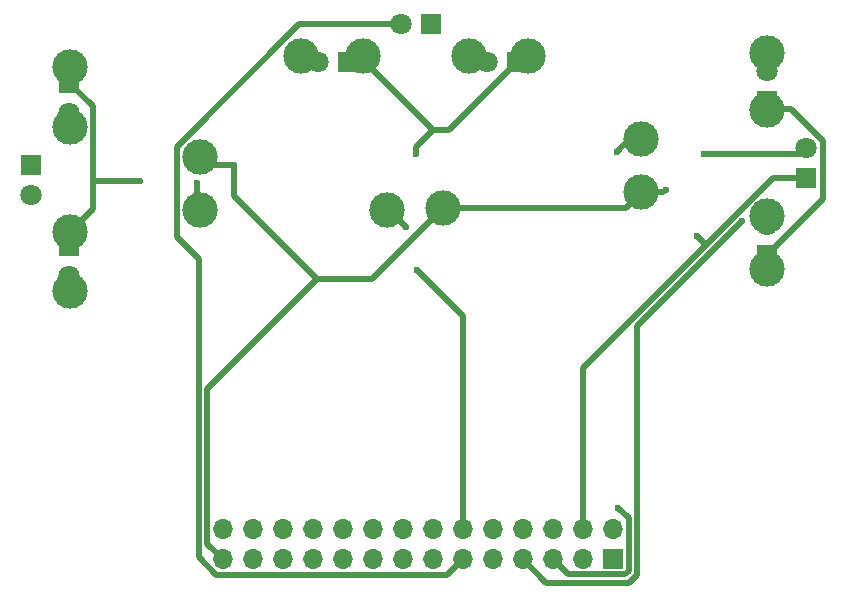
<source format=gbr>
%TF.GenerationSoftware,KiCad,Pcbnew,8.0.1*%
%TF.CreationDate,2024-03-24T19:01:41+02:00*%
%TF.ProjectId,PLLKAS005_EEE3088F,504c4c4b-4153-4303-9035-5f4545453330,V1.0*%
%TF.SameCoordinates,Original*%
%TF.FileFunction,Copper,L2,Bot*%
%TF.FilePolarity,Positive*%
%FSLAX46Y46*%
G04 Gerber Fmt 4.6, Leading zero omitted, Abs format (unit mm)*
G04 Created by KiCad (PCBNEW 8.0.1) date 2024-03-24 19:01:41*
%MOMM*%
%LPD*%
G01*
G04 APERTURE LIST*
%TA.AperFunction,ComponentPad*%
%ADD10R,1.800000X1.800000*%
%TD*%
%TA.AperFunction,ComponentPad*%
%ADD11C,1.800000*%
%TD*%
%TA.AperFunction,SMDPad,CuDef*%
%ADD12C,3.000000*%
%TD*%
%TA.AperFunction,ComponentPad*%
%ADD13R,1.700000X1.700000*%
%TD*%
%TA.AperFunction,ComponentPad*%
%ADD14O,1.700000X1.700000*%
%TD*%
%TA.AperFunction,ViaPad*%
%ADD15C,0.600000*%
%TD*%
%TA.AperFunction,Conductor*%
%ADD16C,0.500000*%
%TD*%
G04 APERTURE END LIST*
D10*
%TO.P,D2,1,K*%
%TO.N,Net-(D1-K)*%
X120600000Y-107725000D03*
D11*
%TO.P,D2,2,A*%
%TO.N,Net-(D2-A)*%
X120600000Y-110265000D03*
%TD*%
D10*
%TO.P,Q1,1,C*%
%TO.N,BATT*%
X117325000Y-114725000D03*
D11*
%TO.P,Q1,2,E*%
%TO.N,PA3*%
X117325000Y-117265000D03*
%TD*%
D10*
%TO.P,D3,1,K*%
%TO.N,Net-(D3-K)*%
X144225000Y-105975000D03*
D11*
%TO.P,D3,2,A*%
%TO.N,Net-(D3-A)*%
X141685000Y-105975000D03*
%TD*%
D10*
%TO.P,D4,1,K*%
%TO.N,Net-(D3-K)*%
X158460000Y-105975000D03*
D11*
%TO.P,D4,2,A*%
%TO.N,Net-(D4-A)*%
X155920000Y-105975000D03*
%TD*%
D10*
%TO.P,Q3,1,C*%
%TO.N,BATT*%
X183000000Y-115750000D03*
D11*
%TO.P,Q3,2,E*%
%TO.N,PA4*%
X183000000Y-113210000D03*
%TD*%
D10*
%TO.P,Q4,1,C*%
%TO.N,BATT*%
X151200000Y-102787500D03*
D11*
%TO.P,Q4,2,E*%
%TO.N,PA5*%
X148660000Y-102787500D03*
%TD*%
D10*
%TO.P,D6,1,K*%
%TO.N,Net-(D5-K)*%
X179700000Y-109275000D03*
D11*
%TO.P,D6,2,A*%
%TO.N,Net-(D6-A)*%
X179700000Y-106735000D03*
%TD*%
D10*
%TO.P,D1,1,K*%
%TO.N,Net-(D1-K)*%
X120600000Y-121575000D03*
D11*
%TO.P,D1,2,A*%
%TO.N,Net-(D1-A)*%
X120600000Y-124115000D03*
%TD*%
D10*
%TO.P,D5,1,K*%
%TO.N,Net-(D5-K)*%
X179700000Y-122275000D03*
D11*
%TO.P,D5,2,A*%
%TO.N,Net-(D5-A)*%
X179700000Y-119735000D03*
%TD*%
D12*
%TO.P,TP8,1,1*%
%TO.N,Net-(D3-K)*%
X145450000Y-105500000D03*
%TD*%
%TO.P,TP3,1,1*%
%TO.N,Net-(D1-K)*%
X120625000Y-120350000D03*
%TD*%
%TO.P,TP1,1,1*%
%TO.N,Net-(D2-A)*%
X120625000Y-111475000D03*
%TD*%
%TO.P,TP11,1,1*%
%TO.N,Net-(D4-A)*%
X154450000Y-105500000D03*
%TD*%
%TO.P,TP14,1,1*%
%TO.N,Net-(D5-K)*%
X179675000Y-123500000D03*
%TD*%
%TO.P,TP16,1,1*%
%TO.N,GND*%
X169000000Y-117000000D03*
%TD*%
%TO.P,TP7,1,1*%
%TO.N,Net-(D3-A)*%
X140185000Y-105500000D03*
%TD*%
%TO.P,TP5,1,1*%
%TO.N,GND*%
X131625000Y-114000000D03*
%TD*%
D13*
%TO.P,J1,1,Pin_1*%
%TO.N,RESV3*%
X166580000Y-148040000D03*
D14*
%TO.P,J1,2,Pin_2*%
%TO.N,3V3*%
X166580000Y-145500000D03*
%TO.P,J1,3,Pin_3*%
%TO.N,GND*%
X164040000Y-148040000D03*
%TO.P,J1,4,Pin_4*%
%TO.N,BATT*%
X164040000Y-145500000D03*
%TO.P,J1,5,Pin_5*%
%TO.N,PA3*%
X161500000Y-148040000D03*
%TO.P,J1,6,Pin_6*%
%TO.N,RESV2*%
X161500000Y-145500000D03*
%TO.P,J1,7,Pin_7*%
%TO.N,PA4*%
X158960000Y-148040000D03*
%TO.P,J1,8,Pin_8*%
%TO.N,PE15*%
X158960000Y-145500000D03*
%TO.P,J1,9,Pin_9*%
%TO.N,GND*%
X156420000Y-148040000D03*
%TO.P,J1,10,Pin_10*%
%TO.N,PE14*%
X156420000Y-145500000D03*
%TO.P,J1,11,Pin_11*%
%TO.N,PA5*%
X153880000Y-148040000D03*
%TO.P,J1,12,Pin_12*%
%TO.N,PE13*%
X153880000Y-145500000D03*
%TO.P,J1,13,Pin_13*%
%TO.N,PA6*%
X151340000Y-148040000D03*
%TO.P,J1,14,Pin_14*%
%TO.N,PE12*%
X151340000Y-145500000D03*
%TO.P,J1,15,Pin_15*%
%TO.N,GND*%
X148800000Y-148040000D03*
%TO.P,J1,16,Pin_16*%
%TO.N,PE11*%
X148800000Y-145500000D03*
%TO.P,J1,17,Pin_17*%
%TO.N,PA7*%
X146260000Y-148040000D03*
%TO.P,J1,18,Pin_18*%
%TO.N,PE10*%
X146260000Y-145500000D03*
%TO.P,J1,19,Pin_19*%
%TO.N,PC4*%
X143720000Y-148040000D03*
%TO.P,J1,20,Pin_20*%
%TO.N,PE9*%
X143720000Y-145500000D03*
%TO.P,J1,21,Pin_21*%
%TO.N,GND*%
X141180000Y-148040000D03*
%TO.P,J1,22,Pin_22*%
%TO.N,PE8*%
X141180000Y-145500000D03*
%TO.P,J1,23,Pin_23*%
%TO.N,PC5*%
X138640000Y-148040000D03*
%TO.P,J1,24,Pin_24*%
%TO.N,RESV1*%
X138640000Y-145500000D03*
%TO.P,J1,25,Pin_25*%
%TO.N,AB0*%
X136100000Y-148040000D03*
%TO.P,J1,26,Pin_26*%
%TO.N,BATT*%
X136100000Y-145500000D03*
%TO.P,J1,27,Pin_27*%
%TO.N,GND*%
X133560000Y-148040000D03*
%TO.P,J1,28,Pin_28*%
%TO.N,3V3*%
X133560000Y-145500000D03*
%TD*%
D12*
%TO.P,TP2,1,1*%
%TO.N,Net-(D1-A)*%
X120625000Y-125350000D03*
%TD*%
%TO.P,TP13,1,1*%
%TO.N,Net-(D5-A)*%
X179675000Y-119000000D03*
%TD*%
%TO.P,TP18,1,1*%
%TO.N,Net-(D5-K)*%
X179675000Y-110000000D03*
%TD*%
%TO.P,TP15,1,1*%
%TO.N,Net-(JP9-A)*%
X169000000Y-112500000D03*
%TD*%
%TO.P,TP9,1,1*%
%TO.N,Net-(JP6-A)*%
X147450000Y-118462500D03*
%TD*%
%TO.P,TP4,1,1*%
%TO.N,Net-(D1-K)*%
X120625000Y-106350000D03*
%TD*%
%TO.P,TP10,1,1*%
%TO.N,GND*%
X152200000Y-118287500D03*
%TD*%
%TO.P,TP17,1,1*%
%TO.N,Net-(D6-A)*%
X179675000Y-105235000D03*
%TD*%
%TO.P,TP12,1,1*%
%TO.N,Net-(D3-K)*%
X159450000Y-105500000D03*
%TD*%
%TO.P,TP6,1,1*%
%TO.N,Net-(JP3-A)*%
X131625000Y-118500000D03*
%TD*%
D15*
%TO.N,GND*%
X134554300Y-114654200D03*
X171075000Y-116814600D03*
%TO.N,Net-(D1-K)*%
X126609200Y-116050000D03*
%TO.N,Net-(D3-K)*%
X149950000Y-113717100D03*
%TO.N,PE13*%
X150000400Y-123620900D03*
%TO.N,PA4*%
X177536200Y-119452200D03*
X174322500Y-113737000D03*
%TO.N,PA3*%
X167018000Y-143688100D03*
%TO.N,BATT*%
X173763600Y-120723900D03*
%TO.N,Net-(JP3-A)*%
X131412600Y-116248100D03*
%TO.N,Net-(JP6-A)*%
X149125000Y-119970400D03*
%TO.N,Net-(JP9-A)*%
X166931800Y-113573600D03*
%TD*%
D16*
%TO.N,GND*%
X134554300Y-117278600D02*
X134554300Y-114654200D01*
X169000000Y-117000000D02*
X170889600Y-117000000D01*
X133560000Y-148040000D02*
X132258200Y-146738200D01*
X141583100Y-124307400D02*
X134554300Y-117278600D01*
X132258200Y-146738200D02*
X132258200Y-133632300D01*
X146180100Y-124307400D02*
X152200000Y-118287500D01*
X132279200Y-114654200D02*
X131625000Y-114000000D01*
X141583100Y-124307400D02*
X146180100Y-124307400D01*
X132258200Y-133632300D02*
X141583100Y-124307400D01*
X167712500Y-118287500D02*
X169000000Y-117000000D01*
X170889600Y-117000000D02*
X171075000Y-116814600D01*
X152200000Y-118287500D02*
X167712500Y-118287500D01*
X134554300Y-114654200D02*
X132279200Y-114654200D01*
%TO.N,Net-(D1-A)*%
X120625000Y-125350000D02*
X120600000Y-125325000D01*
X120600000Y-125325000D02*
X120600000Y-124115000D01*
%TO.N,Net-(D1-K)*%
X122583100Y-118391900D02*
X120625000Y-120350000D01*
X120625000Y-106350000D02*
X120600000Y-106375000D01*
X122583100Y-109708100D02*
X122583100Y-116050000D01*
X120600000Y-107725000D02*
X122583100Y-109708100D01*
X122583100Y-116050000D02*
X122583100Y-118391900D01*
X120600000Y-106375000D02*
X120600000Y-107725000D01*
X120625000Y-120350000D02*
X120600000Y-120375000D01*
X120600000Y-120375000D02*
X120600000Y-121575000D01*
X122583100Y-116050000D02*
X126609200Y-116050000D01*
%TO.N,Net-(D2-A)*%
X120600000Y-111450000D02*
X120600000Y-110265000D01*
X120625000Y-111475000D02*
X120600000Y-111450000D01*
%TO.N,Net-(D3-A)*%
X140185000Y-105500000D02*
X141210000Y-105500000D01*
X141210000Y-105500000D02*
X141685000Y-105975000D01*
%TO.N,Net-(D3-K)*%
X144225000Y-105975000D02*
X145625000Y-105975000D01*
X151388200Y-111738200D02*
X149950000Y-113176400D01*
X158460000Y-105975000D02*
X152696800Y-111738200D01*
X152696800Y-111738200D02*
X151388200Y-111738200D01*
X149950000Y-113176400D02*
X149950000Y-113717100D01*
X159450000Y-105500000D02*
X158935000Y-105500000D01*
X158935000Y-105500000D02*
X158460000Y-105975000D01*
X145625000Y-105675000D02*
X145450000Y-105500000D01*
X145625000Y-105975000D02*
X145625000Y-105675000D01*
X151388200Y-111738200D02*
X145625000Y-105975000D01*
%TO.N,Net-(D4-A)*%
X155445000Y-105500000D02*
X155920000Y-105975000D01*
X154450000Y-105500000D02*
X155445000Y-105500000D01*
%TO.N,Net-(D5-K)*%
X184394800Y-117580200D02*
X184394800Y-112653300D01*
X179700000Y-123475000D02*
X179700000Y-122275000D01*
X179700000Y-109987500D02*
X179687500Y-109987500D01*
X184394800Y-112653300D02*
X181729000Y-109987500D01*
X181729000Y-109987500D02*
X179700000Y-109987500D01*
X179675000Y-123500000D02*
X179700000Y-123475000D01*
X179687500Y-109987500D02*
X179675000Y-110000000D01*
X179700000Y-122275000D02*
X184394800Y-117580200D01*
X179700000Y-109987500D02*
X179700000Y-109275000D01*
%TO.N,Net-(D5-A)*%
X179700000Y-119025000D02*
X179700000Y-119735000D01*
X179675000Y-119000000D02*
X179700000Y-119025000D01*
%TO.N,Net-(D6-A)*%
X179700000Y-105260000D02*
X179700000Y-106735000D01*
X179675000Y-105235000D02*
X179700000Y-105260000D01*
%TO.N,PE13*%
X153880000Y-145500000D02*
X153880000Y-127500500D01*
X153880000Y-127500500D02*
X150000400Y-123620900D01*
%TO.N,PA4*%
X160977700Y-150057700D02*
X167995000Y-150057700D01*
X167995000Y-150057700D02*
X168650000Y-149402700D01*
X158960000Y-148040000D02*
X160977700Y-150057700D01*
X168650000Y-149402700D02*
X168650000Y-128338400D01*
X183000000Y-113210000D02*
X182473000Y-113737000D01*
X168650000Y-128338400D02*
X177536200Y-119452200D01*
X182473000Y-113737000D02*
X174322500Y-113737000D01*
%TO.N,PA3*%
X167633000Y-149356000D02*
X167948300Y-149040700D01*
X167948300Y-144618400D02*
X167018000Y-143688100D01*
X167948300Y-149040700D02*
X167948300Y-144618400D01*
X162816000Y-149356000D02*
X167633000Y-149356000D01*
X161500000Y-148040000D02*
X162816000Y-149356000D01*
%TO.N,BATT*%
X164040000Y-131853300D02*
X174466500Y-121426800D01*
X174466500Y-121426800D02*
X180143300Y-115750000D01*
X180143300Y-115750000D02*
X183000000Y-115750000D01*
X174466500Y-121426800D02*
X173763600Y-120723900D01*
X164040000Y-145500000D02*
X164040000Y-131853300D01*
%TO.N,PA5*%
X140049100Y-102787500D02*
X148660000Y-102787500D01*
X133034300Y-149393100D02*
X131556500Y-147915300D01*
X152526900Y-149393100D02*
X133034300Y-149393100D01*
X129667900Y-113168700D02*
X140049100Y-102787500D01*
X153880000Y-148040000D02*
X152526900Y-149393100D01*
X129667900Y-120782700D02*
X129667900Y-113168700D01*
X131556500Y-147915300D02*
X131556500Y-122671300D01*
X131556500Y-122671300D02*
X129667900Y-120782700D01*
%TO.N,Net-(JP3-A)*%
X131412600Y-118287600D02*
X131412600Y-116248100D01*
X131625000Y-118500000D02*
X131412600Y-118287600D01*
%TO.N,Net-(JP6-A)*%
X147450000Y-118462500D02*
X147617100Y-118462500D01*
X147617100Y-118462500D02*
X149125000Y-119970400D01*
%TO.N,Net-(JP9-A)*%
X168005400Y-112500000D02*
X166931800Y-113573600D01*
X169000000Y-112500000D02*
X168005400Y-112500000D01*
%TD*%
M02*

</source>
